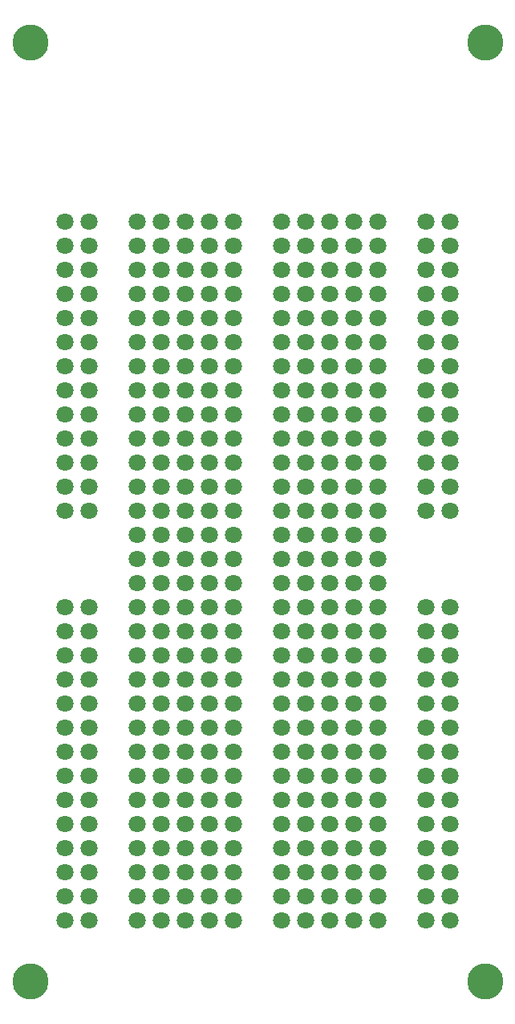
<source format=gbs>
G04 #@! TF.GenerationSoftware,KiCad,Pcbnew,8.0.2*
G04 #@! TF.CreationDate,2024-08-26T09:39:58-06:00*
G04 #@! TF.ProjectId,Perfboard,50657266-626f-4617-9264-2e6b69636164,rev?*
G04 #@! TF.SameCoordinates,Original*
G04 #@! TF.FileFunction,Soldermask,Bot*
G04 #@! TF.FilePolarity,Negative*
%FSLAX46Y46*%
G04 Gerber Fmt 4.6, Leading zero omitted, Abs format (unit mm)*
G04 Created by KiCad (PCBNEW 8.0.2) date 2024-08-26 09:39:58*
%MOMM*%
%LPD*%
G01*
G04 APERTURE LIST*
%ADD10C,1.803200*%
%ADD11C,2.600000*%
%ADD12C,3.800000*%
G04 APERTURE END LIST*
D10*
X125680000Y-88720000D03*
X143460000Y-126820000D03*
X153620000Y-65860000D03*
X125680000Y-119200000D03*
X135840000Y-78560000D03*
X128220000Y-76020000D03*
X140920000Y-65860000D03*
X151080000Y-121740000D03*
X135840000Y-134440000D03*
X125680000Y-78560000D03*
X163780000Y-91260000D03*
X135840000Y-76020000D03*
X166320000Y-86180000D03*
X133300000Y-139520000D03*
D11*
X122000000Y-47000000D03*
D12*
X122000000Y-47000000D03*
D10*
X151080000Y-119200000D03*
X138380000Y-111580000D03*
X140920000Y-139520000D03*
X153620000Y-96340000D03*
X143460000Y-96340000D03*
X148540000Y-76020000D03*
D11*
X170000000Y-146000000D03*
D12*
X170000000Y-146000000D03*
D10*
X151080000Y-86180000D03*
X163780000Y-111580000D03*
X158700000Y-119200000D03*
X133300000Y-114120000D03*
X143460000Y-86180000D03*
X133300000Y-98880000D03*
X125680000Y-136980000D03*
X151080000Y-136980000D03*
X151080000Y-88720000D03*
X151080000Y-101420000D03*
X138380000Y-121740000D03*
X153620000Y-70940000D03*
X163780000Y-119200000D03*
X135840000Y-88720000D03*
X128220000Y-78560000D03*
X135840000Y-114120000D03*
X143460000Y-124280000D03*
X153620000Y-111580000D03*
X151080000Y-73480000D03*
X148540000Y-98880000D03*
X163780000Y-65860000D03*
X163780000Y-78560000D03*
X133300000Y-96340000D03*
X135840000Y-101420000D03*
X158700000Y-124280000D03*
X163780000Y-86180000D03*
X125680000Y-76020000D03*
X125680000Y-106500000D03*
X151080000Y-76020000D03*
X143460000Y-129360000D03*
X148540000Y-139520000D03*
X133300000Y-101420000D03*
X148540000Y-111580000D03*
X140920000Y-126820000D03*
X128220000Y-139520000D03*
X135840000Y-139520000D03*
X153620000Y-78560000D03*
X158700000Y-139520000D03*
X140920000Y-70940000D03*
X158700000Y-103960000D03*
X138380000Y-116660000D03*
X151080000Y-126820000D03*
X133300000Y-86180000D03*
X143460000Y-78560000D03*
X158700000Y-116660000D03*
X153620000Y-83640000D03*
X138380000Y-81100000D03*
X156160000Y-139520000D03*
X163780000Y-136980000D03*
X143460000Y-68400000D03*
X128220000Y-73480000D03*
X140920000Y-91260000D03*
X125680000Y-134440000D03*
X133300000Y-68400000D03*
X156160000Y-96340000D03*
X158700000Y-91260000D03*
X151080000Y-124280000D03*
X133300000Y-119200000D03*
X163780000Y-124280000D03*
X166320000Y-78560000D03*
X125680000Y-121740000D03*
X140920000Y-86180000D03*
X128220000Y-116660000D03*
X158700000Y-65860000D03*
X156160000Y-116660000D03*
X148540000Y-81100000D03*
X151080000Y-98880000D03*
X138380000Y-98880000D03*
X158700000Y-73480000D03*
X138380000Y-129360000D03*
X156160000Y-78560000D03*
X138380000Y-136980000D03*
X156160000Y-124280000D03*
X151080000Y-96340000D03*
X138380000Y-70940000D03*
X138380000Y-91260000D03*
X156160000Y-129360000D03*
X128220000Y-111580000D03*
X148540000Y-73480000D03*
X156160000Y-114120000D03*
X143460000Y-98880000D03*
X133300000Y-116660000D03*
X156160000Y-68400000D03*
X151080000Y-68400000D03*
X153620000Y-88720000D03*
X140920000Y-136980000D03*
X128220000Y-70940000D03*
X156160000Y-88720000D03*
X166320000Y-76020000D03*
X153620000Y-139520000D03*
X140920000Y-88720000D03*
X143460000Y-116660000D03*
X156160000Y-81100000D03*
X143460000Y-106500000D03*
X143460000Y-101420000D03*
X158700000Y-81100000D03*
X143460000Y-81100000D03*
X163780000Y-68400000D03*
X140920000Y-106500000D03*
X158700000Y-129360000D03*
X143460000Y-65860000D03*
X143460000Y-91260000D03*
X128220000Y-121740000D03*
X166320000Y-83640000D03*
X133300000Y-106500000D03*
X148540000Y-106500000D03*
X133300000Y-91260000D03*
X151080000Y-131900000D03*
X163780000Y-126820000D03*
X138380000Y-139520000D03*
X153620000Y-81100000D03*
X166320000Y-124280000D03*
X166320000Y-131900000D03*
X158700000Y-109040000D03*
X166320000Y-126820000D03*
X148540000Y-88720000D03*
X163780000Y-83640000D03*
X135840000Y-111580000D03*
X140920000Y-103960000D03*
X163780000Y-131900000D03*
X158700000Y-78560000D03*
X125680000Y-139520000D03*
X151080000Y-70940000D03*
X148540000Y-109040000D03*
X140920000Y-96340000D03*
X153620000Y-136980000D03*
X148540000Y-91260000D03*
X125680000Y-81100000D03*
X125680000Y-68400000D03*
X153620000Y-124280000D03*
X158700000Y-131900000D03*
X125680000Y-114120000D03*
X125680000Y-73480000D03*
X135840000Y-126820000D03*
X163780000Y-73480000D03*
X156160000Y-93800000D03*
X143460000Y-131900000D03*
X153620000Y-86180000D03*
X128220000Y-81100000D03*
X125680000Y-116660000D03*
X133300000Y-65860000D03*
X133300000Y-129360000D03*
X135840000Y-81100000D03*
X138380000Y-88720000D03*
X153620000Y-106500000D03*
X166320000Y-96340000D03*
X135840000Y-65860000D03*
X138380000Y-114120000D03*
X133300000Y-109040000D03*
X151080000Y-103960000D03*
X125680000Y-129360000D03*
X140920000Y-111580000D03*
X166320000Y-134440000D03*
X128220000Y-65860000D03*
X135840000Y-73480000D03*
X153620000Y-114120000D03*
X133300000Y-73480000D03*
X133300000Y-124280000D03*
X143460000Y-93800000D03*
X135840000Y-70940000D03*
X148540000Y-136980000D03*
X156160000Y-98880000D03*
X151080000Y-91260000D03*
X151080000Y-129360000D03*
X125680000Y-124280000D03*
X156160000Y-70940000D03*
X166320000Y-73480000D03*
X158700000Y-121740000D03*
X143460000Y-136980000D03*
X143460000Y-139520000D03*
X128220000Y-106500000D03*
X133300000Y-131900000D03*
X138380000Y-83640000D03*
X156160000Y-121740000D03*
X128220000Y-86180000D03*
X163780000Y-70940000D03*
X156160000Y-86180000D03*
X133300000Y-70940000D03*
X133300000Y-83640000D03*
X153620000Y-129360000D03*
X166320000Y-93800000D03*
X135840000Y-83640000D03*
X153620000Y-98880000D03*
X138380000Y-65860000D03*
X125680000Y-70940000D03*
X140920000Y-134440000D03*
X158700000Y-83640000D03*
X156160000Y-126820000D03*
X133300000Y-88720000D03*
X158700000Y-136980000D03*
X153620000Y-119200000D03*
X151080000Y-78560000D03*
X148540000Y-78560000D03*
X166320000Y-109040000D03*
X156160000Y-91260000D03*
X158700000Y-98880000D03*
X125680000Y-96340000D03*
X135840000Y-68400000D03*
X125680000Y-111580000D03*
X163780000Y-134440000D03*
X153620000Y-134440000D03*
X151080000Y-106500000D03*
X140920000Y-121740000D03*
X153620000Y-109040000D03*
X148540000Y-124280000D03*
X138380000Y-119200000D03*
X140920000Y-76020000D03*
X140920000Y-101420000D03*
X148540000Y-65860000D03*
X163780000Y-109040000D03*
X158700000Y-111580000D03*
X140920000Y-98880000D03*
X151080000Y-134440000D03*
X135840000Y-119200000D03*
X156160000Y-101420000D03*
X158700000Y-68400000D03*
X143460000Y-83640000D03*
X133300000Y-136980000D03*
X128220000Y-109040000D03*
X158700000Y-70940000D03*
X138380000Y-93800000D03*
X133300000Y-121740000D03*
X148540000Y-96340000D03*
X135840000Y-116660000D03*
X135840000Y-93800000D03*
X125680000Y-109040000D03*
X166320000Y-139520000D03*
X148540000Y-126820000D03*
X143460000Y-111580000D03*
X153620000Y-126820000D03*
X140920000Y-131900000D03*
X138380000Y-73480000D03*
X166320000Y-70940000D03*
X125680000Y-93800000D03*
X153620000Y-131900000D03*
X128220000Y-131900000D03*
X148540000Y-103960000D03*
X135840000Y-131900000D03*
X128220000Y-136980000D03*
X156160000Y-83640000D03*
X135840000Y-96340000D03*
X158700000Y-101420000D03*
X158700000Y-76020000D03*
X125680000Y-126820000D03*
X151080000Y-114120000D03*
X148540000Y-93800000D03*
X148540000Y-116660000D03*
X133300000Y-126820000D03*
X156160000Y-119200000D03*
X163780000Y-81100000D03*
X166320000Y-81100000D03*
X156160000Y-106500000D03*
X140920000Y-78560000D03*
X158700000Y-114120000D03*
X153620000Y-93800000D03*
X143460000Y-121740000D03*
X140920000Y-83640000D03*
X133300000Y-111580000D03*
X143460000Y-109040000D03*
X138380000Y-101420000D03*
X163780000Y-96340000D03*
X128220000Y-119200000D03*
X133300000Y-76020000D03*
D11*
X122000000Y-146000000D03*
D12*
X122000000Y-146000000D03*
D10*
X135840000Y-136980000D03*
X153620000Y-68400000D03*
X138380000Y-106500000D03*
X128220000Y-93800000D03*
X128220000Y-91260000D03*
X166320000Y-111580000D03*
X148540000Y-119200000D03*
X135840000Y-109040000D03*
X125680000Y-91260000D03*
X156160000Y-111580000D03*
X138380000Y-109040000D03*
X143460000Y-134440000D03*
X140920000Y-93800000D03*
X148540000Y-121740000D03*
X125680000Y-65860000D03*
X151080000Y-116660000D03*
X140920000Y-116660000D03*
X140920000Y-81100000D03*
X125680000Y-131900000D03*
X140920000Y-129360000D03*
X156160000Y-103960000D03*
X163780000Y-139520000D03*
X166320000Y-114120000D03*
X148540000Y-114120000D03*
X156160000Y-134440000D03*
X151080000Y-65860000D03*
X151080000Y-93800000D03*
X135840000Y-103960000D03*
X135840000Y-98880000D03*
X163780000Y-88720000D03*
X156160000Y-131900000D03*
X138380000Y-96340000D03*
X140920000Y-114120000D03*
X151080000Y-109040000D03*
X133300000Y-134440000D03*
X138380000Y-103960000D03*
X166320000Y-91260000D03*
X163780000Y-114120000D03*
X166320000Y-129360000D03*
X148540000Y-70940000D03*
X166320000Y-136980000D03*
X135840000Y-121740000D03*
X156160000Y-65860000D03*
X128220000Y-114120000D03*
X138380000Y-126820000D03*
X128220000Y-134440000D03*
X135840000Y-91260000D03*
X153620000Y-76020000D03*
X128220000Y-126820000D03*
X153620000Y-121740000D03*
X163780000Y-93800000D03*
X133300000Y-78560000D03*
X148540000Y-83640000D03*
X135840000Y-106500000D03*
X128220000Y-124280000D03*
X153620000Y-91260000D03*
X163780000Y-129360000D03*
X143460000Y-73480000D03*
X156160000Y-73480000D03*
X151080000Y-139520000D03*
D11*
X170000000Y-47000000D03*
D12*
X170000000Y-47000000D03*
D10*
X125680000Y-83640000D03*
X166320000Y-88720000D03*
X140920000Y-73480000D03*
X140920000Y-119200000D03*
X158700000Y-88720000D03*
X143460000Y-103960000D03*
X158700000Y-86180000D03*
X135840000Y-124280000D03*
X163780000Y-76020000D03*
X128220000Y-83640000D03*
X138380000Y-76020000D03*
X166320000Y-106500000D03*
X133300000Y-103960000D03*
X163780000Y-121740000D03*
X163780000Y-106500000D03*
X158700000Y-134440000D03*
X148540000Y-68400000D03*
X138380000Y-134440000D03*
X143460000Y-88720000D03*
X166320000Y-116660000D03*
X153620000Y-73480000D03*
X143460000Y-76020000D03*
X133300000Y-93800000D03*
X140920000Y-109040000D03*
X148540000Y-86180000D03*
X156160000Y-76020000D03*
X135840000Y-129360000D03*
X158700000Y-93800000D03*
X158700000Y-96340000D03*
X156160000Y-109040000D03*
X156160000Y-136980000D03*
X140920000Y-124280000D03*
X153620000Y-101420000D03*
X166320000Y-119200000D03*
X148540000Y-134440000D03*
X153620000Y-103960000D03*
X151080000Y-111580000D03*
X151080000Y-81100000D03*
X148540000Y-129360000D03*
X140920000Y-68400000D03*
X133300000Y-81100000D03*
X148540000Y-101420000D03*
X166320000Y-65860000D03*
X125680000Y-86180000D03*
X158700000Y-126820000D03*
X143460000Y-119200000D03*
X153620000Y-116660000D03*
X138380000Y-86180000D03*
X148540000Y-131900000D03*
X138380000Y-124280000D03*
X128220000Y-88720000D03*
X163780000Y-116660000D03*
X128220000Y-96340000D03*
X143460000Y-114120000D03*
X135840000Y-86180000D03*
X138380000Y-78560000D03*
X166320000Y-121740000D03*
X128220000Y-68400000D03*
X151080000Y-83640000D03*
X128220000Y-129360000D03*
X158700000Y-106500000D03*
X138380000Y-68400000D03*
X143460000Y-70940000D03*
X138380000Y-131900000D03*
X166320000Y-68400000D03*
M02*

</source>
